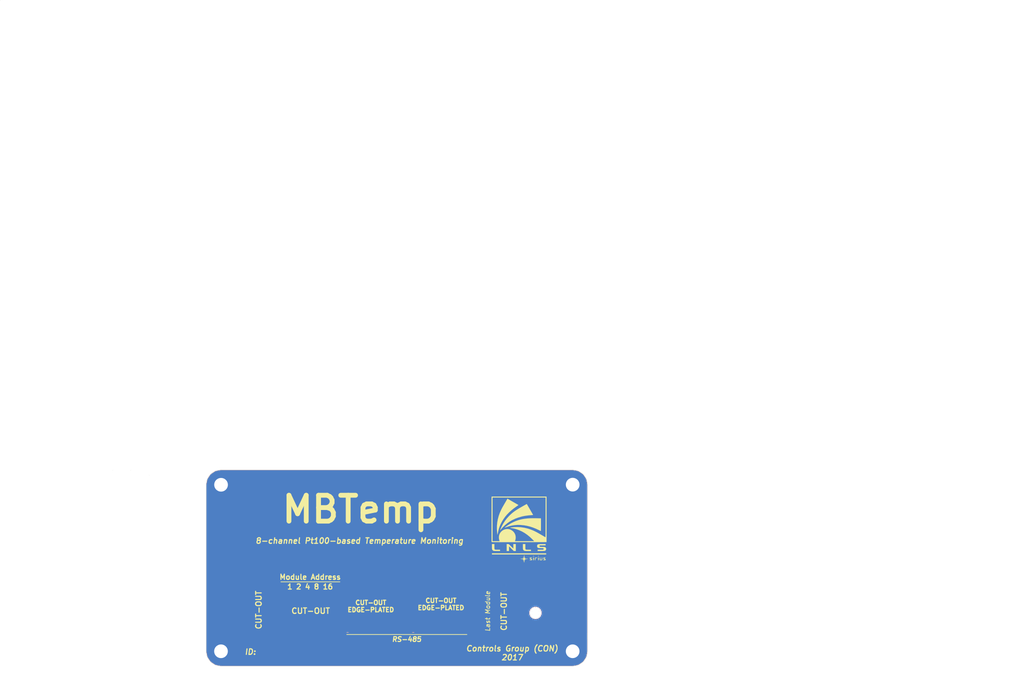
<source format=kicad_pcb>
(kicad_pcb (version 4) (host pcbnew 4.0.4+e1-6308~48~ubuntu15.10.1-stable)

  (general
    (links 3)
    (no_connects 0)
    (area -20.200001 -64.250001 256.514601 121.422161)
    (thickness 1.6)
    (drawings 58)
    (tracks 0)
    (zones 0)
    (modules 6)
    (nets 2)
  )

  (page A4)
  (layers
    (0 F.Cu signal)
    (31 B.Cu signal)
    (32 B.Adhes user)
    (33 F.Adhes user)
    (34 B.Paste user)
    (35 F.Paste user)
    (36 B.SilkS user)
    (37 F.SilkS user)
    (38 B.Mask user)
    (39 F.Mask user)
    (40 Dwgs.User user)
    (41 Cmts.User user)
    (42 Eco1.User user)
    (43 Eco2.User user)
    (44 Edge.Cuts user)
    (45 Margin user)
    (46 B.CrtYd user)
    (47 F.CrtYd user)
    (48 B.Fab user)
    (49 F.Fab user)
  )

  (setup
    (last_trace_width 0.25)
    (user_trace_width 0.3)
    (user_trace_width 0.4)
    (user_trace_width 0.5)
    (user_trace_width 0.6)
    (user_trace_width 0.8)
    (user_trace_width 1)
    (trace_clearance 0.2)
    (zone_clearance 0)
    (zone_45_only no)
    (trace_min 0.2)
    (segment_width 0.15)
    (edge_width 0.15)
    (via_size 0.6)
    (via_drill 0.4)
    (via_min_size 0.4)
    (via_min_drill 0.3)
    (uvia_size 0.3)
    (uvia_drill 0.1)
    (uvias_allowed no)
    (uvia_min_size 0.2)
    (uvia_min_drill 0.1)
    (pcb_text_width 0.3)
    (pcb_text_size 1.5 1.5)
    (mod_edge_width 0.15)
    (mod_text_size 1 1)
    (mod_text_width 0.15)
    (pad_size 6 6)
    (pad_drill 3.7)
    (pad_to_mask_clearance 0.2)
    (aux_axis_origin 0 0)
    (grid_origin 135.39724 84.19084)
    (visible_elements FFFFF77F)
    (pcbplotparams
      (layerselection 0x3ffff_80000001)
      (usegerberextensions false)
      (excludeedgelayer true)
      (linewidth 0.100000)
      (plotframeref false)
      (viasonmask false)
      (mode 1)
      (useauxorigin false)
      (hpglpennumber 1)
      (hpglpenspeed 20)
      (hpglpendiameter 15)
      (hpglpenoverlay 2)
      (psnegative false)
      (psa4output false)
      (plotreference true)
      (plotvalue true)
      (plotinvisibletext false)
      (padsonsilk false)
      (subtractmaskfromsilk false)
      (outputformat 1)
      (mirror false)
      (drillshape 0)
      (scaleselection 1)
      (outputdirectory Gerber/Painel_MBTemp_Frontal_v2/))
  )

  (net 0 "")
  (net 1 GND)

  (net_class Default "This is the default net class."
    (clearance 0.2)
    (trace_width 0.25)
    (via_dia 0.6)
    (via_drill 0.4)
    (uvia_dia 0.3)
    (uvia_drill 0.1)
    (add_net GND)
  )

  (module Pin_Headers:Pin_Header_Straight_1x01_Pitch2.54mm (layer F.Cu) (tedit 59F76A2A) (tstamp 59F76858)
    (at 39.53256 66.74612)
    (descr "Through hole straight pin header, 1x01, 2.54mm pitch, single row")
    (tags "Through hole pin header THT 1x01 2.54mm single row")
    (fp_text reference REF** (at 0 -2.33) (layer F.SilkS) hide
      (effects (font (size 1 1) (thickness 0.15)))
    )
    (fp_text value Pin_Header_Straight_1x01_Pitch2.54mm (at 0 2.33) (layer F.Fab) hide
      (effects (font (size 1 1) (thickness 0.15)))
    )
    (pad 1 thru_hole circle (at 0 0) (size 6 6) (drill 3.7) (layers *.Cu *.Mask)
      (net 1 GND))
    (model ${KISYS3DMOD}/Pin_Headers.3dshapes/Pin_Header_Straight_1x01_Pitch2.54mm.wrl
      (at (xyz 0 0 0))
      (scale (xyz 1 1 1))
      (rotate (xyz 0 0 0))
    )
  )

  (module Pin_Headers:Pin_Header_Straight_1x01_Pitch2.54mm (layer F.Cu) (tedit 59F76A30) (tstamp 59F76A22)
    (at 134.54888 66.71564)
    (descr "Through hole straight pin header, 1x01, 2.54mm pitch, single row")
    (tags "Through hole pin header THT 1x01 2.54mm single row")
    (fp_text reference REF** (at 0 -2.33) (layer F.SilkS) hide
      (effects (font (size 1 1) (thickness 0.15)))
    )
    (fp_text value Pin_Header_Straight_1x01_Pitch2.54mm (at 0 2.33) (layer F.Fab) hide
      (effects (font (size 1 1) (thickness 0.15)))
    )
    (pad 1 thru_hole circle (at 0 0) (size 6 6) (drill 3.7) (layers *.Cu *.Mask)
      (net 1 GND))
    (model ${KISYS3DMOD}/Pin_Headers.3dshapes/Pin_Header_Straight_1x01_Pitch2.54mm.wrl
      (at (xyz 0 0 0))
      (scale (xyz 1 1 1))
      (rotate (xyz 0 0 0))
    )
  )

  (module Pin_Headers:Pin_Header_Straight_1x01_Pitch2.54mm (layer F.Cu) (tedit 59F76A34) (tstamp 59F76A27)
    (at 134.5438 111.73968)
    (descr "Through hole straight pin header, 1x01, 2.54mm pitch, single row")
    (tags "Through hole pin header THT 1x01 2.54mm single row")
    (fp_text reference REF** (at 0 -2.33) (layer F.SilkS) hide
      (effects (font (size 1 1) (thickness 0.15)))
    )
    (fp_text value Pin_Header_Straight_1x01_Pitch2.54mm (at 0 2.33) (layer F.Fab) hide
      (effects (font (size 1 1) (thickness 0.15)))
    )
    (pad 1 thru_hole circle (at 0 0) (size 6 6) (drill 3.7) (layers *.Cu *.Mask)
      (net 1 GND))
    (model ${KISYS3DMOD}/Pin_Headers.3dshapes/Pin_Header_Straight_1x01_Pitch2.54mm.wrl
      (at (xyz 0 0 0))
      (scale (xyz 1 1 1))
      (rotate (xyz 0 0 0))
    )
  )

  (module Pin_Headers:Pin_Header_Straight_1x01_Pitch2.54mm (layer F.Cu) (tedit 59F76961) (tstamp 59F76A34)
    (at 124.49556 101.3714)
    (descr "Through hole straight pin header, 1x01, 2.54mm pitch, single row")
    (tags "Through hole pin header THT 1x01 2.54mm single row")
    (fp_text reference REF** (at 0 -2.33) (layer F.SilkS) hide
      (effects (font (size 1 1) (thickness 0.15)))
    )
    (fp_text value Pin_Header_Straight_1x01_Pitch2.54mm (at 0 2.33) (layer F.Fab) hide
      (effects (font (size 1 1) (thickness 0.15)))
    )
    (pad 1 thru_hole circle (at 0 0) (size 3 3) (drill 3) (layers *.Cu *.Mask))
    (model ${KISYS3DMOD}/Pin_Headers.3dshapes/Pin_Header_Straight_1x01_Pitch2.54mm.wrl
      (at (xyz 0 0 0))
      (scale (xyz 1 1 1))
      (rotate (xyz 0 0 0))
    )
  )

  (module Pin_Headers:Pin_Header_Straight_1x01_Pitch2.54mm (layer F.Cu) (tedit 59F76A38) (tstamp 59F76A2F)
    (at 39.51732 111.73968)
    (descr "Through hole straight pin header, 1x01, 2.54mm pitch, single row")
    (tags "Through hole pin header THT 1x01 2.54mm single row")
    (fp_text reference REF** (at 0 -2.33) (layer F.SilkS) hide
      (effects (font (size 1 1) (thickness 0.15)))
    )
    (fp_text value Pin_Header_Straight_1x01_Pitch2.54mm (at 0 2.33) (layer F.Fab) hide
      (effects (font (size 1 1) (thickness 0.15)))
    )
    (pad 1 thru_hole circle (at 0 0) (size 6 6) (drill 3.7) (layers *.Cu *.Mask)
      (net 1 GND))
    (model ${KISYS3DMOD}/Pin_Headers.3dshapes/Pin_Header_Straight_1x01_Pitch2.54mm.wrl
      (at (xyz 0 0 0))
      (scale (xyz 1 1 1))
      (rotate (xyz 0 0 0))
    )
  )

  (module CONTROLE:LNLS_LOGO_Silk (layer F.Cu) (tedit 0) (tstamp 59F90EDF)
    (at 120.08104 78.5876)
    (fp_text reference G*** (at 0 0) (layer F.SilkS) hide
      (effects (font (thickness 0.3)))
    )
    (fp_text value LOGO (at 0.75 0) (layer F.SilkS) hide
      (effects (font (thickness 0.3)))
    )
    (fp_poly (pts (xy 1.364287 7.214795) (xy 1.369937 7.235488) (xy 1.38786 7.326207) (xy 1.407997 7.465123)
      (xy 1.426056 7.622552) (xy 1.426423 7.626257) (xy 1.442664 7.770152) (xy 1.459204 7.883088)
      (xy 1.472737 7.942875) (xy 1.473941 7.945323) (xy 1.511517 7.943959) (xy 1.577803 7.897841)
      (xy 1.586584 7.88981) (xy 1.667171 7.831416) (xy 1.706132 7.83328) (xy 1.693749 7.884314)
      (xy 1.641231 7.952153) (xy 1.586563 8.023599) (xy 1.572479 8.071078) (xy 1.574706 8.074501)
      (xy 1.622047 8.088456) (xy 1.729177 8.105752) (xy 1.877961 8.123742) (xy 1.981912 8.133968)
      (xy 2.189872 8.153713) (xy 2.323016 8.169446) (xy 2.384486 8.182652) (xy 2.377427 8.19481)
      (xy 2.304981 8.207405) (xy 2.170292 8.221917) (xy 2.168769 8.222065) (xy 1.995103 8.239439)
      (xy 1.82101 8.257764) (xy 1.70626 8.270549) (xy 1.517289 8.292564) (xy 1.625257 8.405259)
      (xy 1.692237 8.491092) (xy 1.705054 8.540823) (xy 1.669727 8.543612) (xy 1.592272 8.488621)
      (xy 1.583481 8.480505) (xy 1.53058 8.434908) (xy 1.494411 8.422849) (xy 1.470076 8.454153)
      (xy 1.452677 8.538645) (xy 1.437317 8.686149) (xy 1.428473 8.791455) (xy 1.40698 8.976987)
      (xy 1.379105 9.092732) (xy 1.345891 9.135825) (xy 1.312419 9.11033) (xy 1.297841 9.054402)
      (xy 1.281498 8.942141) (xy 1.266397 8.795222) (xy 1.263139 8.755232) (xy 1.247231 8.586215)
      (xy 1.228552 8.486962) (xy 1.202852 8.449098) (xy 1.16588 8.464248) (xy 1.133231 8.49923)
      (xy 1.076821 8.548354) (xy 1.050292 8.557846) (xy 1.016907 8.532223) (xy 1.028649 8.470816)
      (xy 1.079358 8.396812) (xy 1.097885 8.378623) (xy 1.179769 8.304518) (xy 1.088115 8.278769)
      (xy 0.994294 8.262147) (xy 0.862862 8.249841) (xy 0.801077 8.246873) (xy 0.646188 8.236525)
      (xy 0.492865 8.217983) (xy 0.449385 8.210515) (xy 0.372355 8.194468) (xy 0.348454 8.183148)
      (xy 0.384742 8.173081) (xy 0.488276 8.160792) (xy 0.566615 8.152815) (xy 0.735889 8.135185)
      (xy 0.901507 8.116932) (xy 1.010617 8.104072) (xy 1.181081 8.082818) (xy 1.072082 7.969047)
      (xy 1.005384 7.883719) (xy 0.991127 7.832892) (xy 1.023981 7.827783) (xy 1.098616 7.879611)
      (xy 1.109724 7.88981) (xy 1.177596 7.940502) (xy 1.219525 7.94796) (xy 1.221672 7.945323)
      (xy 1.234984 7.892217) (xy 1.25152 7.785265) (xy 1.266441 7.659076) (xy 1.284416 7.500964)
      (xy 1.303964 7.352871) (xy 1.31721 7.268307) (xy 1.334407 7.180892) (xy 1.347121 7.164909)
      (xy 1.364287 7.214795)) (layer F.SilkS) (width 0.01))
    (fp_poly (pts (xy 3.327469 7.817974) (xy 3.401775 7.829448) (xy 3.43301 7.855364) (xy 3.438769 7.893538)
      (xy 3.429826 7.937936) (xy 3.390871 7.961541) (xy 3.303714 7.970698) (xy 3.214077 7.971905)
      (xy 2.989385 7.972119) (xy 3.253154 8.130378) (xy 3.396533 8.222537) (xy 3.479813 8.293401)
      (xy 3.514277 8.353493) (xy 3.516923 8.376349) (xy 3.502315 8.462341) (xy 3.450265 8.517264)
      (xy 3.348436 8.547025) (xy 3.184491 8.557531) (xy 3.137877 8.557846) (xy 2.990445 8.555901)
      (xy 2.904734 8.547073) (xy 2.864346 8.526869) (xy 2.852884 8.490797) (xy 2.852615 8.479692)
      (xy 2.860882 8.436712) (xy 2.897387 8.413039) (xy 2.979692 8.403016) (xy 3.096846 8.401007)
      (xy 3.341077 8.400477) (xy 3.096846 8.255715) (xy 2.964678 8.172151) (xy 2.889366 8.108032)
      (xy 2.857084 8.049452) (xy 2.852615 8.01006) (xy 2.868143 7.913587) (xy 2.923111 7.853788)
      (xy 3.030101 7.82346) (xy 3.192585 7.815384) (xy 3.327469 7.817974)) (layer F.SilkS) (width 0.01))
    (fp_poly (pts (xy 3.933411 7.817962) (xy 3.961954 7.835455) (xy 3.977635 7.882504) (xy 3.984307 7.973746)
      (xy 3.985821 8.123821) (xy 3.985846 8.186615) (xy 3.985168 8.358593) (xy 3.980564 8.467056)
      (xy 3.968183 8.526644) (xy 3.944172 8.551996) (xy 3.904678 8.557752) (xy 3.888154 8.557846)
      (xy 3.842896 8.555268) (xy 3.814353 8.537774) (xy 3.798672 8.490726) (xy 3.792001 8.399484)
      (xy 3.790486 8.249409) (xy 3.790461 8.186615) (xy 3.79114 8.014637) (xy 3.795743 7.906174)
      (xy 3.808124 7.846586) (xy 3.832136 7.821233) (xy 3.871629 7.815478) (xy 3.888154 7.815384)
      (xy 3.933411 7.817962)) (layer F.SilkS) (width 0.01))
    (fp_poly (pts (xy 4.734238 7.817974) (xy 4.808545 7.829448) (xy 4.839779 7.855364) (xy 4.845538 7.893538)
      (xy 4.83621 7.938703) (xy 4.795876 7.962231) (xy 4.706016 7.970858) (xy 4.630615 7.971692)
      (xy 4.415692 7.971692) (xy 4.415692 8.264769) (xy 4.413846 8.414615) (xy 4.405429 8.502536)
      (xy 4.386122 8.544728) (xy 4.351607 8.557386) (xy 4.337538 8.557846) (xy 4.299171 8.551532)
      (xy 4.275907 8.522288) (xy 4.264023 8.45466) (xy 4.259796 8.333196) (xy 4.259385 8.233507)
      (xy 4.265283 8.052362) (xy 4.2819 7.923926) (xy 4.306277 7.862276) (xy 4.369803 7.836708)
      (xy 4.4867 7.819891) (xy 4.599354 7.815384) (xy 4.734238 7.817974)) (layer F.SilkS) (width 0.01))
    (fp_poly (pts (xy 5.262026 7.817962) (xy 5.290569 7.835455) (xy 5.306251 7.882504) (xy 5.312922 7.973746)
      (xy 5.314437 8.123821) (xy 5.314461 8.186615) (xy 5.313783 8.358593) (xy 5.309179 8.467056)
      (xy 5.296798 8.526644) (xy 5.272787 8.551996) (xy 5.233294 8.557752) (xy 5.216769 8.557846)
      (xy 5.171512 8.555268) (xy 5.142969 8.537774) (xy 5.127288 8.490726) (xy 5.120616 8.399484)
      (xy 5.119102 8.249409) (xy 5.119077 8.186615) (xy 5.119755 8.014637) (xy 5.124359 7.906174)
      (xy 5.13674 7.846586) (xy 5.160751 7.821233) (xy 5.200244 7.815478) (xy 5.216769 7.815384)
      (xy 5.262026 7.817962)) (layer F.SilkS) (width 0.01))
    (fp_poly (pts (xy 6.212521 7.821698) (xy 6.235785 7.850942) (xy 6.247669 7.91857) (xy 6.251896 8.040033)
      (xy 6.252308 8.139723) (xy 6.246409 8.320868) (xy 6.229792 8.449304) (xy 6.205415 8.510953)
      (xy 6.146323 8.533101) (xy 6.03652 8.548859) (xy 5.902108 8.557308) (xy 5.769189 8.557526)
      (xy 5.663863 8.548596) (xy 5.614051 8.531794) (xy 5.602392 8.483406) (xy 5.593429 8.376289)
      (xy 5.588523 8.229856) (xy 5.588 8.160564) (xy 5.589352 7.995317) (xy 5.595676 7.893202)
      (xy 5.610367 7.839211) (xy 5.636824 7.818336) (xy 5.666154 7.815384) (xy 5.706113 7.822306)
      (xy 5.729558 7.85387) (xy 5.74081 7.926271) (xy 5.744185 8.055705) (xy 5.744308 8.108461)
      (xy 5.744308 8.401538) (xy 6.096 8.401538) (xy 6.096 8.108461) (xy 6.097846 7.958614)
      (xy 6.106263 7.870693) (xy 6.12557 7.828502) (xy 6.160086 7.815844) (xy 6.174154 7.815384)
      (xy 6.212521 7.821698)) (layer F.SilkS) (width 0.01))
    (fp_poly (pts (xy 7.0007 7.817974) (xy 7.075006 7.829448) (xy 7.10624 7.855364) (xy 7.112 7.893538)
      (xy 7.103057 7.937936) (xy 7.064102 7.961541) (xy 6.976945 7.970698) (xy 6.887308 7.971905)
      (xy 6.662615 7.972119) (xy 6.926385 8.130378) (xy 7.069764 8.222537) (xy 7.153044 8.293401)
      (xy 7.187508 8.353493) (xy 7.190154 8.376349) (xy 7.175545 8.462341) (xy 7.123495 8.517264)
      (xy 7.021667 8.547025) (xy 6.857722 8.557531) (xy 6.811108 8.557846) (xy 6.663676 8.555901)
      (xy 6.577964 8.547073) (xy 6.537576 8.526869) (xy 6.526115 8.490797) (xy 6.525846 8.479692)
      (xy 6.534112 8.436712) (xy 6.570618 8.413039) (xy 6.652923 8.403016) (xy 6.770077 8.401007)
      (xy 7.014308 8.400477) (xy 6.770077 8.255715) (xy 6.637909 8.172151) (xy 6.562597 8.108032)
      (xy 6.530315 8.049452) (xy 6.525846 8.01006) (xy 6.541373 7.913587) (xy 6.596342 7.853788)
      (xy 6.703332 7.82346) (xy 6.865815 7.815384) (xy 7.0007 7.817974)) (layer F.SilkS) (width 0.01))
    (fp_poly (pts (xy 0.976923 7.756769) (xy 0.957385 7.776307) (xy 0.937846 7.756769) (xy 0.957385 7.73723)
      (xy 0.976923 7.756769)) (layer F.SilkS) (width 0.01))
    (fp_poly (pts (xy 3.96476 7.403855) (xy 3.985846 7.463692) (xy 3.96295 7.524977) (xy 3.888154 7.541846)
      (xy 3.811547 7.523529) (xy 3.790461 7.463692) (xy 3.813358 7.402406) (xy 3.888154 7.385538)
      (xy 3.96476 7.403855)) (layer F.SilkS) (width 0.01))
    (fp_poly (pts (xy 5.293376 7.403855) (xy 5.314461 7.463692) (xy 5.291565 7.524977) (xy 5.216769 7.541846)
      (xy 5.140162 7.523529) (xy 5.119077 7.463692) (xy 5.141973 7.402406) (xy 5.216769 7.385538)
      (xy 5.293376 7.403855)) (layer F.SilkS) (width 0.01))
    (fp_poly (pts (xy 7.307385 6.994769) (xy -7.346462 6.994769) (xy -7.346462 6.682153) (xy 7.307385 6.682153)
      (xy 7.307385 6.994769)) (layer F.SilkS) (width 0.01))
    (fp_poly (pts (xy -6.682154 4.847314) (xy -6.682425 5.127233) (xy -6.676852 5.338666) (xy -6.655856 5.491193)
      (xy -6.609858 5.594394) (xy -6.529277 5.657848) (xy -6.404535 5.691135) (xy -6.226052 5.703833)
      (xy -5.984248 5.705523) (xy -5.824238 5.70523) (xy -5.158154 5.70523) (xy -5.158154 6.056923)
      (xy -5.990028 6.056923) (xy -6.267895 6.056482) (xy -6.47961 6.054461) (xy -6.63717 6.049811)
      (xy -6.752576 6.041483) (xy -6.837826 6.02843) (xy -6.904919 6.009602) (xy -6.965855 5.983952)
      (xy -6.996259 5.969) (xy -7.145481 5.867041) (xy -7.249932 5.72337) (xy -7.258539 5.70672)
      (xy -7.290773 5.637245) (xy -7.314034 5.567052) (xy -7.32977 5.482154) (xy -7.339426 5.36857)
      (xy -7.344449 5.212315) (xy -7.346285 4.999405) (xy -7.346462 4.856796) (xy -7.346462 4.18123)
      (xy -6.682154 4.18123) (xy -6.682154 4.847314)) (layer F.SilkS) (width 0.01))
    (fp_poly (pts (xy -0.898769 6.056923) (xy -1.464522 6.056923) (xy -2.099953 5.422367) (xy -2.735385 4.787811)
      (xy -2.735385 6.056923) (xy -3.360615 6.056923) (xy -3.360615 4.18123) (xy -3.096846 4.182116)
      (xy -2.833077 4.183003) (xy -1.563077 5.399827) (xy -1.563077 4.18123) (xy -0.898769 4.18123)
      (xy -0.898769 6.056923)) (layer F.SilkS) (width 0.01))
    (fp_poly (pts (xy 1.680308 4.847314) (xy 1.680667 5.090149) (xy 1.682798 5.267373) (xy 1.688279 5.391531)
      (xy 1.698689 5.475167) (xy 1.715607 5.530823) (xy 1.740612 5.571044) (xy 1.775284 5.608374)
      (xy 1.776224 5.609314) (xy 1.813636 5.644231) (xy 1.853646 5.669444) (xy 1.908798 5.686534)
      (xy 1.991635 5.697078) (xy 2.114702 5.702656) (xy 2.290541 5.704847) (xy 2.531696 5.70523)
      (xy 3.204308 5.70523) (xy 3.204308 6.056923) (xy 2.372434 6.056923) (xy 2.094566 6.056482)
      (xy 1.882852 6.054461) (xy 1.725291 6.049811) (xy 1.609886 6.041483) (xy 1.524636 6.02843)
      (xy 1.457542 6.009602) (xy 1.396607 5.983952) (xy 1.366203 5.969) (xy 1.216981 5.867041)
      (xy 1.112529 5.72337) (xy 1.103923 5.70672) (xy 1.071689 5.637245) (xy 1.048427 5.567052)
      (xy 1.032692 5.482154) (xy 1.023036 5.36857) (xy 1.018013 5.212315) (xy 1.016176 4.999405)
      (xy 1.016 4.856796) (xy 1.016 4.18123) (xy 1.680308 4.18123) (xy 1.680308 4.847314)) (layer F.SilkS) (width 0.01))
    (fp_poly (pts (xy 7.151077 4.532923) (xy 5.589802 4.532923) (xy 5.527508 4.627994) (xy 5.492442 4.739362)
      (xy 5.529325 4.840732) (xy 5.632087 4.917541) (xy 5.651535 4.925562) (xy 5.724185 4.938672)
      (xy 5.858443 4.949778) (xy 6.03777 4.957986) (xy 6.245629 4.962403) (xy 6.342775 4.962915)
      (xy 6.576338 4.964018) (xy 6.74613 4.968241) (xy 6.866517 4.977154) (xy 6.951864 4.992329)
      (xy 7.01654 5.015335) (xy 7.065505 5.041924) (xy 7.19788 5.165042) (xy 7.278549 5.328998)
      (xy 7.303122 5.512428) (xy 7.267208 5.693967) (xy 7.218682 5.787375) (xy 7.161585 5.866431)
      (xy 7.101662 5.928354) (xy 7.028969 5.975224) (xy 6.933561 6.009121) (xy 6.805493 6.032122)
      (xy 6.634823 6.046309) (xy 6.411604 6.05376) (xy 6.125893 6.056555) (xy 5.929923 6.056862)
      (xy 5.001846 6.056923) (xy 5.001846 5.70523) (xy 5.75779 5.70523) (xy 6.021521 5.704621)
      (xy 6.218186 5.70215) (xy 6.358866 5.696852) (xy 6.454643 5.687762) (xy 6.516599 5.673915)
      (xy 6.555816 5.654347) (xy 6.578405 5.633769) (xy 6.636508 5.523833) (xy 6.624101 5.414954)
      (xy 6.556228 5.336215) (xy 6.50673 5.312108) (xy 6.430062 5.295015) (xy 6.314211 5.283901)
      (xy 6.147161 5.277728) (xy 5.916899 5.275462) (xy 5.850903 5.275384) (xy 5.579027 5.272982)
      (xy 5.373023 5.26362) (xy 5.220699 5.244069) (xy 5.109862 5.211097) (xy 5.028318 5.161473)
      (xy 4.963876 5.091966) (xy 4.92211 5.029256) (xy 4.860707 4.864272) (xy 4.849104 4.675259)
      (xy 4.887466 4.496776) (xy 4.919225 4.432103) (xy 4.968871 4.359156) (xy 5.024941 4.301815)
      (xy 5.096981 4.258221) (xy 5.19454 4.226518) (xy 5.327166 4.20485) (xy 5.504406 4.19136)
      (xy 5.735808 4.184192) (xy 6.030921 4.181488) (xy 6.209367 4.18123) (xy 7.151077 4.18123)
      (xy 7.151077 4.532923)) (layer F.SilkS) (width 0.01))
    (fp_poly (pts (xy 7.405077 3.653692) (xy -0.010957 3.663562) (xy -0.936873 3.664703) (xy -1.787446 3.665549)
      (xy -2.565485 3.666086) (xy -3.273799 3.666298) (xy -3.9152 3.66617) (xy -4.492496 3.665689)
      (xy -5.008496 3.664839) (xy -5.466012 3.663605) (xy -5.867853 3.661973) (xy -6.216827 3.659928)
      (xy -6.515746 3.657455) (xy -6.767419 3.654539) (xy -6.974655 3.651166) (xy -7.140265 3.64732)
      (xy -7.267058 3.642988) (xy -7.357843 3.638154) (xy -7.415431 3.632803) (xy -7.442632 3.626921)
      (xy -7.445608 3.624485) (xy -7.447632 3.580551) (xy -7.449468 3.462691) (xy -7.451111 3.27513)
      (xy -7.452555 3.022096) (xy -7.453794 2.707815) (xy -7.454822 2.336513) (xy -7.455633 1.912419)
      (xy -7.456222 1.439757) (xy -7.456582 0.922756) (xy -7.456708 0.365642) (xy -7.456593 -0.22736)
      (xy -7.456233 -0.852021) (xy -7.45562 -1.504115) (xy -7.454749 -2.179416) (xy -7.45419 -2.54)
      (xy -7.444571 -8.401539) (xy -7.190154 -8.401539) (xy -7.190154 3.399692) (xy -6.232769 3.399692)
      (xy -5.968539 3.399258) (xy -5.732246 3.398039) (xy -5.534459 3.396158) (xy -5.385749 3.393737)
      (xy -5.296683 3.3909) (xy -5.275385 3.388568) (xy -5.287711 3.349064) (xy -5.319874 3.256961)
      (xy -5.360501 3.144337) (xy -5.424266 2.900854) (xy -5.460591 2.612609) (xy -5.468745 2.308288)
      (xy -5.447997 2.016577) (xy -5.397616 1.766163) (xy -5.395779 1.760049) (xy -5.239485 1.372098)
      (xy -5.02282 1.025841) (xy -4.753333 0.726974) (xy -4.438574 0.481195) (xy -4.086092 0.2942)
      (xy -3.703437 0.171685) (xy -3.298158 0.119348) (xy -3.219411 0.117808) (xy -2.904822 0.132754)
      (xy -2.628679 0.184244) (xy -2.356743 0.280103) (xy -2.207846 0.348989) (xy -1.844385 0.569215)
      (xy -1.535707 0.841101) (xy -1.285678 1.157526) (xy -1.098159 1.51137) (xy -0.977016 1.895511)
      (xy -0.926112 2.302829) (xy -0.943118 2.679916) (xy -0.972721 2.859882) (xy -1.014218 3.041174)
      (xy -1.056606 3.178657) (xy -1.098683 3.290969) (xy -1.126508 3.368325) (xy -1.133211 3.389923)
      (xy -1.095206 3.391585) (xy -0.985454 3.393159) (xy -0.810363 3.394619) (xy -0.576341 3.395942)
      (xy -0.289795 3.397104) (xy 0.042867 3.39808) (xy 0.415237 3.398847) (xy 0.820909 3.399381)
      (xy 1.253475 3.399658) (xy 1.471783 3.399692) (xy 4.076797 3.399692) (xy 3.591706 2.907758)
      (xy 2.911478 2.263027) (xy 2.216749 1.694352) (xy 1.505605 1.200657) (xy 0.776132 0.780864)
      (xy 0.026417 0.433897) (xy -0.745455 0.158677) (xy -1.541397 -0.045872) (xy -1.719385 -0.081394)
      (xy -1.937685 -0.123384) (xy -2.131563 -0.161841) (xy -2.286897 -0.193872) (xy -2.389563 -0.216582)
      (xy -2.422769 -0.225474) (xy -2.424982 -0.242774) (xy -2.357953 -0.26417) (xy -2.230413 -0.288425)
      (xy -2.051091 -0.314304) (xy -1.828719 -0.340569) (xy -1.572026 -0.365984) (xy -1.289743 -0.389314)
      (xy -1.239956 -0.392975) (xy -0.392436 -0.415889) (xy 0.466554 -0.364475) (xy 1.32999 -0.240344)
      (xy 2.19085 -0.045102) (xy 3.04211 0.219643) (xy 3.876748 0.552281) (xy 4.68774 0.951206)
      (xy 4.729365 0.97386) (xy 4.900041 1.068571) (xy 5.122508 1.194084) (xy 5.381228 1.341517)
      (xy 5.660662 1.501986) (xy 5.945274 1.666609) (xy 6.162432 1.793099) (xy 6.408117 1.936252)
      (xy 6.631571 2.065584) (xy 6.823997 2.176074) (xy 6.976598 2.262699) (xy 7.080576 2.320438)
      (xy 7.127136 2.344269) (xy 7.128528 2.344615) (xy 7.13122 2.306282) (xy 7.133819 2.194256)
      (xy 7.136308 2.013) (xy 7.138669 1.766974) (xy 7.140881 1.460642) (xy 7.142927 1.098463)
      (xy 7.144788 0.684899) (xy 7.146444 0.224413) (xy 7.147878 -0.278534) (xy 7.149071 -0.819481)
      (xy 7.150004 -1.393967) (xy 7.150657 -1.997528) (xy 7.151014 -2.625705) (xy 7.151077 -3.028462)
      (xy 7.151077 -8.401539) (xy -7.190154 -8.401539) (xy -7.444571 -8.401539) (xy -7.444154 -8.655539)
      (xy 7.405077 -8.655539) (xy 7.405077 3.653692)) (layer F.SilkS) (width 0.01))
    (fp_poly (pts (xy -3.029847 -8.013203) (xy -2.958267 -7.970998) (xy -2.828937 -7.895832) (xy -2.651966 -7.793509)
      (xy -2.437465 -7.669836) (xy -2.195543 -7.53062) (xy -1.936311 -7.381665) (xy -1.669878 -7.228779)
      (xy -1.406354 -7.077767) (xy -1.15585 -6.934435) (xy -0.928475 -6.804591) (xy -0.734339 -6.69404)
      (xy -0.615528 -6.626656) (xy -0.455103 -6.534078) (xy -0.322934 -6.454316) (xy -0.232087 -6.395507)
      (xy -0.195629 -6.365792) (xy -0.195451 -6.364994) (xy -0.225898 -6.335258) (xy -0.309229 -6.271027)
      (xy -0.43335 -6.181232) (xy -0.586167 -6.074806) (xy -0.615462 -6.054796) (xy -1.386469 -5.502773)
      (xy -2.084122 -4.945683) (xy -2.713221 -4.378384) (xy -3.278565 -3.795732) (xy -3.784954 -3.192583)
      (xy -4.237188 -2.563796) (xy -4.640066 -1.904225) (xy -4.843614 -1.524) (xy -5.058874 -1.08115)
      (xy -5.23821 -0.661742) (xy -5.38906 -0.243876) (xy -5.518861 0.194347) (xy -5.635052 0.674826)
      (xy -5.705556 1.013868) (xy -5.75986 1.282454) (xy -5.802053 1.476242) (xy -5.832737 1.597545)
      (xy -5.852513 1.648677) (xy -5.861983 1.631952) (xy -5.862778 1.618435) (xy -5.868673 1.566675)
      (xy -5.883566 1.455936) (xy -5.904943 1.304541) (xy -5.921295 1.191846) (xy -5.942936 1.01258)
      (xy -5.964257 0.780034) (xy -5.98333 0.519065) (xy -5.998224 0.25453) (xy -6.003204 0.136769)
      (xy -5.997525 -0.761071) (xy -5.914041 -1.655805) (xy -5.753082 -2.546141) (xy -5.514976 -3.430784)
      (xy -5.200053 -4.308441) (xy -4.80864 -5.177819) (xy -4.507235 -5.748829) (xy -4.409193 -5.922284)
      (xy -4.28059 -6.147043) (xy -4.130647 -6.407141) (xy -3.96859 -6.686613) (xy -3.80364 -6.969494)
      (xy -3.689994 -7.163373) (xy -3.148463 -8.084935) (xy -3.029847 -8.013203)) (layer F.SilkS) (width 0.01))
    (fp_poly (pts (xy 4.504447 -2.798666) (xy 4.713065 -2.794214) (xy 5.900615 -2.765485) (xy 5.900615 -1.050589)
      (xy 5.89997 -0.693121) (xy 5.898125 -0.361043) (xy 5.895214 -0.062231) (xy 5.891373 0.195439)
      (xy 5.886737 0.40409) (xy 5.88144 0.555845) (xy 5.875617 0.642827) (xy 5.871308 0.660958)
      (xy 5.826968 0.643015) (xy 5.727489 0.59654) (xy 5.587371 0.528471) (xy 5.421116 0.445749)
      (xy 5.412154 0.44124) (xy 4.562649 0.041877) (xy 3.734848 -0.288667) (xy 2.919088 -0.553159)
      (xy 2.105708 -0.754364) (xy 1.285044 -0.895047) (xy 0.455981 -0.97742) (xy -0.342453 -0.997117)
      (xy -1.125824 -0.949298) (xy -1.904715 -0.832414) (xy -2.689712 -0.644918) (xy -3.421321 -0.410544)
      (xy -3.584752 -0.354627) (xy -3.722025 -0.312285) (xy -3.815898 -0.288566) (xy -3.8471 -0.285906)
      (xy -3.842909 -0.314364) (xy -3.780445 -0.377254) (xy -3.668383 -0.468687) (xy -3.515399 -0.582775)
      (xy -3.33017 -0.713629) (xy -3.121371 -0.85536) (xy -2.897678 -1.00208) (xy -2.667769 -1.1479)
      (xy -2.440317 -1.28693) (xy -2.224 -1.413284) (xy -2.027494 -1.521071) (xy -2.026498 -1.521595)
      (xy -1.463464 -1.799984) (xy -0.902593 -2.040701) (xy -0.335569 -2.245315) (xy 0.245923 -2.415398)
      (xy 0.850202 -2.552519) (xy 1.485582 -2.658249) (xy 2.16038 -2.734158) (xy 2.882913 -2.781817)
      (xy 3.661497 -2.802796) (xy 4.504447 -2.798666)) (layer F.SilkS) (width 0.01))
    (fp_poly (pts (xy 2.167159 -6.476359) (xy 2.216689 -6.394134) (xy 2.295921 -6.259859) (xy 2.399903 -6.082123)
      (xy 2.523683 -5.869515) (xy 2.662311 -5.630623) (xy 2.810833 -5.374038) (xy 2.964299 -5.108348)
      (xy 3.117756 -4.842142) (xy 3.266254 -4.584009) (xy 3.404841 -4.342539) (xy 3.528564 -4.126321)
      (xy 3.632472 -3.943943) (xy 3.711614 -3.803995) (xy 3.761038 -3.715066) (xy 3.775995 -3.685681)
      (xy 3.737043 -3.68025) (xy 3.632456 -3.669417) (xy 3.474479 -3.654349) (xy 3.275353 -3.636213)
      (xy 3.047424 -3.616187) (xy 2.469228 -3.560252) (xy 1.95412 -3.497116) (xy 1.487184 -3.424465)
      (xy 1.053506 -3.339986) (xy 0.648485 -3.244029) (xy -0.235678 -2.984577) (xy -1.061026 -2.676429)
      (xy -1.831871 -2.316964) (xy -2.552524 -1.903563) (xy -3.227295 -1.433605) (xy -3.860498 -0.904472)
      (xy -4.456442 -0.313543) (xy -4.786778 0.058615) (xy -4.921968 0.21794) (xy -5.01449 0.326112)
      (xy -5.072408 0.391427) (xy -5.103791 0.422178) (xy -5.116703 0.426661) (xy -5.119211 0.41317)
      (xy -5.119077 0.400331) (xy -5.103389 0.341419) (xy -5.060501 0.22635) (xy -4.996674 0.069598)
      (xy -4.91817 -0.114367) (xy -4.831253 -0.311073) (xy -4.742185 -0.506048) (xy -4.657227 -0.68482)
      (xy -4.599194 -0.801077) (xy -4.212116 -1.495836) (xy -3.791153 -2.134992) (xy -3.321986 -2.738609)
      (xy -2.814162 -3.302) (xy -2.498358 -3.62135) (xy -2.188103 -3.915002) (xy -1.873717 -4.190105)
      (xy -1.545521 -4.453809) (xy -1.193835 -4.713263) (xy -0.808981 -4.975615) (xy -0.381278 -5.248016)
      (xy 0.098952 -5.537614) (xy 0.625231 -5.842352) (xy 0.84581 -5.967637) (xy 1.077545 -6.098483)
      (xy 1.307337 -6.227569) (xy 1.522088 -6.347576) (xy 1.708696 -6.451186) (xy 1.854063 -6.531077)
      (xy 1.945089 -6.579931) (xy 1.947297 -6.581075) (xy 2.064713 -6.641793) (xy 2.167159 -6.476359)) (layer F.SilkS) (width 0.01))
  )

  (gr_text "CUT-OUT\nEDGE-PLATED" (at 98.96348 99.01936) (layer F.SilkS)
    (effects (font (size 1.2 1.2) (thickness 0.3)))
  )
  (gr_text "8-channel Pt100-based Temperature Monitoring" (at 76.962 81.8896) (layer F.SilkS)
    (effects (font (size 1.5 1.5) (thickness 0.3) italic))
  )
  (gr_text MBTemp (at 77.216 73.406) (layer F.SilkS)
    (effects (font (size 7 7) (thickness 1.3)))
  )
  (gr_line (start 55.71236 92.97416) (end 71.63816 92.97416) (angle 90) (layer F.SilkS) (width 0.2))
  (gr_text "Module Address" (at 63.61684 91.68892) (layer F.SilkS)
    (effects (font (size 1.4 1.4) (thickness 0.3)))
  )
  (gr_text "1 2 4 8 16" (at 63.59144 94.30004) (layer F.SilkS)
    (effects (font (size 1.4 1.4) (thickness 0.3)))
  )
  (gr_line (start 73.49236 107.20324) (end 105.96372 107.20324) (angle 90) (layer F.SilkS) (width 0.2))
  (gr_text RS-485 (at 89.7128 108.5088) (layer F.SilkS)
    (effects (font (size 1.3 1.3) (thickness 0.3) italic))
  )
  (gr_text ID: (at 47.4726 111.90224) (layer F.SilkS)
    (effects (font (size 1.5 1.5) (thickness 0.3) italic))
  )
  (gr_text "Controls Group (CON)\n2017" (at 118.2116 112.20704) (layer F.SilkS)
    (effects (font (size 1.5 1.5) (thickness 0.3) italic))
  )
  (gr_text CUT-OUT (at 115.9764 100.965 90) (layer F.SilkS)
    (effects (font (size 1.5 1.5) (thickness 0.3)))
  )
  (gr_text CUT-OUT (at 49.70272 100.57384 90) (layer F.SilkS)
    (effects (font (size 1.5 1.5) (thickness 0.3)))
  )
  (gr_text CUT-OUT (at 63.754 100.838) (layer F.SilkS)
    (effects (font (size 1.5 1.5) (thickness 0.3)))
  )
  (gr_text "CUT-OUT\nEDGE-PLATED" (at 80.01 99.568) (layer F.SilkS)
    (effects (font (size 1.2 1.2) (thickness 0.3)))
  )
  (gr_text "Last Module" (at 111.59236 100.90912 90) (layer F.SilkS)
    (effects (font (size 1.2 1.2) (thickness 0.2) italic))
  )
  (gr_line (start 70.947522 95.74804) (end 70.947522 106.04804) (layer Dwgs.User) (width 0.1))
  (gr_line (start 56.487522 95.74804) (end 70.947522 95.74804) (layer Dwgs.User) (width 0.1))
  (gr_line (start 56.487522 106.04804) (end 56.487522 95.74804) (layer Dwgs.User) (width 0.1))
  (gr_line (start 70.947522 106.04804) (end 56.487522 106.04804) (layer Dwgs.User) (width 0.1))
  (gr_line (start 119.562522 95.74804) (end 119.562522 106.04804) (layer Dwgs.User) (width 0.1))
  (gr_line (start 112.712522 95.74804) (end 119.562522 95.74804) (layer Dwgs.User) (width 0.1))
  (gr_line (start 112.712522 106.04804) (end 112.712522 95.74804) (layer Dwgs.User) (width 0.1))
  (gr_line (start 119.562522 106.04804) (end 112.712522 106.04804) (layer Dwgs.User) (width 0.1))
  (gr_line (start 138.535722 108.44804) (end 138.535722 106.84804) (layer Edge.Cuts) (width 0.1))
  (gr_line (start 105.925522 106.64804) (end 91.225522 106.64804) (layer Dwgs.User) (width 0.1))
  (gr_line (start 105.925522 92.84804) (end 105.925522 106.64804) (layer Dwgs.User) (width 0.1))
  (gr_line (start 91.225522 92.84804) (end 105.925522 92.84804) (layer Dwgs.User) (width 0.1))
  (gr_line (start 91.225522 106.64804) (end 91.225522 92.84804) (layer Dwgs.User) (width 0.1))
  (gr_line (start 91.725522 106.64804) (end 91.225522 106.64804) (layer Edge.Cuts) (width 0.1))
  (gr_line (start 88.175522 106.64804) (end 73.475522 106.64804) (layer Dwgs.User) (width 0.1))
  (gr_line (start 88.175522 92.84804) (end 88.175522 106.64804) (layer Dwgs.User) (width 0.1))
  (gr_line (start 73.475522 92.84804) (end 88.175522 92.84804) (layer Dwgs.User) (width 0.1))
  (gr_line (start 73.475522 106.64804) (end 73.475522 92.84804) (layer Dwgs.User) (width 0.1))
  (gr_line (start 73.975522 106.64804) (end 73.475522 106.64804) (layer Edge.Cuts) (width 0.1))
  (gr_line (start 54.417522 94.84804) (end 54.614822 94.84804) (layer Dwgs.User) (width 0.1))
  (gr_line (start 54.614822 94.84804) (end 54.617522 95.04804) (layer Dwgs.User) (width 0.1))
  (gr_line (start 54.614822 106.14804) (end 54.617522 105.94804) (layer Dwgs.User) (width 0.1))
  (gr_line (start 54.417522 106.14804) (end 54.614822 106.14804) (layer Dwgs.User) (width 0.1))
  (gr_line (start 45.617522 94.84804) (end 45.420222 94.84804) (layer Dwgs.User) (width 0.1))
  (gr_line (start 45.420222 94.84804) (end 45.417522 95.04804) (layer Dwgs.User) (width 0.1))
  (gr_line (start 45.420222 106.14804) (end 45.417522 105.94804) (layer Dwgs.User) (width 0.1))
  (gr_line (start 45.617522 106.14804) (end 45.420222 106.14804) (layer Dwgs.User) (width 0.1))
  (gr_line (start 54.617522 105.94804) (end 54.617522 95.04804) (layer Dwgs.User) (width 0.1))
  (gr_line (start 45.617522 106.14804) (end 54.417522 106.14804) (layer Dwgs.User) (width 0.1))
  (gr_line (start 45.617522 94.84804) (end 54.417522 94.84804) (layer Dwgs.User) (width 0.1))
  (gr_line (start 45.417522 95.04804) (end 45.417522 105.94804) (layer Dwgs.User) (width 0.1))
  (gr_line (start 138.535722 66.72804) (end 138.535722 111.74804) (layer Edge.Cuts) (width 0.1))
  (gr_line (start 35.535722 111.74804) (end 35.535722 66.72804) (layer Edge.Cuts) (width 0.1))
  (gr_arc (start 39.525722 66.72804) (end 39.525722 62.73804) (angle -90) (layer Edge.Cuts) (width 0.1))
  (gr_arc (start 39.525722 111.74804) (end 35.535722 111.74804) (angle -90) (layer Edge.Cuts) (width 0.1))
  (gr_line (start 134.545722 115.73804) (end 39.525722 115.73804) (layer Edge.Cuts) (width 0.1))
  (gr_arc (start 134.545722 111.74804) (end 134.545722 115.73804) (angle -90) (layer Edge.Cuts) (width 0.1))
  (gr_arc (start 134.545722 66.72804) (end 138.535722 66.72804) (angle -90) (layer Edge.Cuts) (width 0.1))
  (gr_line (start 39.525722 62.73804) (end 134.545722 62.73804) (layer Edge.Cuts) (width 0.1))
  (gr_line (start 15.145404 62.85) (end 15.145404 62.85) (layer Edge.Cuts) (width 0.1))
  (gr_line (start -20.15 -64.2) (end -20.15 -64.2) (layer Edge.Cuts) (width 0.1))
  (gr_line (start 20.15 64.2) (end 20.15 64.2) (layer Edge.Cuts) (width 0.1))
  (gr_line (start 10.254596 62.85) (end 10.254596 62.85) (layer Edge.Cuts) (width 0.1))

  (zone (net 1) (net_name GND) (layer F.Cu) (tstamp 59F76A04) (hatch edge 0.508)
    (connect_pads yes (clearance 0))
    (min_thickness 0.254)
    (fill yes (arc_segments 16) (thermal_gap 0.508) (thermal_bridge_width 0.508))
    (polygon
      (pts
        (xy 34.417 60.452) (xy 254.7874 60.97016) (xy 256.0574 121.42216) (xy 32.258 118.745) (xy 33.655 60.706)
      )
    )
    (filled_polygon
      (pts
        (xy 136.003567 63.208491) (xy 137.239468 64.034294) (xy 138.065271 65.270195) (xy 138.358722 66.745473) (xy 138.358722 111.730607)
        (xy 138.065271 113.205885) (xy 137.239468 114.441786) (xy 136.003567 115.267589) (xy 134.528289 115.56104) (xy 39.543155 115.56104)
        (xy 38.067877 115.267589) (xy 36.831976 114.441786) (xy 36.006173 113.205885) (xy 35.712722 111.730607) (xy 35.712722 106.64804)
        (xy 73.298522 106.64804) (xy 73.311995 106.715775) (xy 73.350364 106.773198) (xy 73.407787 106.811567) (xy 73.475522 106.82504)
        (xy 73.975522 106.82504) (xy 74.043257 106.811567) (xy 74.10068 106.773198) (xy 74.139049 106.715775) (xy 74.152522 106.64804)
        (xy 91.048522 106.64804) (xy 91.061995 106.715775) (xy 91.100364 106.773198) (xy 91.157787 106.811567) (xy 91.225522 106.82504)
        (xy 91.725522 106.82504) (xy 91.793257 106.811567) (xy 91.85068 106.773198) (xy 91.889049 106.715775) (xy 91.902522 106.64804)
        (xy 91.889049 106.580305) (xy 91.85068 106.522882) (xy 91.793257 106.484513) (xy 91.725522 106.47104) (xy 91.225522 106.47104)
        (xy 91.157787 106.484513) (xy 91.100364 106.522882) (xy 91.061995 106.580305) (xy 91.048522 106.64804) (xy 74.152522 106.64804)
        (xy 74.139049 106.580305) (xy 74.10068 106.522882) (xy 74.043257 106.484513) (xy 73.975522 106.47104) (xy 73.475522 106.47104)
        (xy 73.407787 106.484513) (xy 73.350364 106.522882) (xy 73.311995 106.580305) (xy 73.298522 106.64804) (xy 35.712722 106.64804)
        (xy 35.712722 101.733218) (xy 122.668244 101.733218) (xy 122.945802 102.40496) (xy 123.459296 102.919352) (xy 124.130553 103.198082)
        (xy 124.857378 103.198716) (xy 125.52912 102.921158) (xy 126.043512 102.407664) (xy 126.322242 101.736407) (xy 126.322876 101.009582)
        (xy 126.045318 100.33784) (xy 125.531824 99.823448) (xy 124.860567 99.544718) (xy 124.133742 99.544084) (xy 123.462 99.821642)
        (xy 122.947608 100.335136) (xy 122.668878 101.006393) (xy 122.668244 101.733218) (xy 35.712722 101.733218) (xy 35.712722 66.745473)
        (xy 36.006173 65.270195) (xy 36.831976 64.034294) (xy 38.067877 63.208491) (xy 39.543155 62.91504) (xy 134.528289 62.91504)
      )
    )
  )
  (zone (net 1) (net_name GND) (layer B.Cu) (tstamp 59F76A17) (hatch edge 0.508)
    (connect_pads yes (clearance 0))
    (min_thickness 0.254)
    (fill yes (arc_segments 16) (thermal_gap 0.508) (thermal_bridge_width 0.508))
    (polygon
      (pts
        (xy 33.655 60.706) (xy 254.9906 59.81192) (xy 256.5146 120.39092) (xy 32.1818 118.19128) (xy 33.75152 60.81776)
      )
    )
    (filled_polygon
      (pts
        (xy 136.003567 63.208491) (xy 137.239468 64.034294) (xy 138.065271 65.270195) (xy 138.358722 66.745473) (xy 138.358722 111.730607)
        (xy 138.065271 113.205885) (xy 137.239468 114.441786) (xy 136.003567 115.267589) (xy 134.528289 115.56104) (xy 39.543155 115.56104)
        (xy 38.067877 115.267589) (xy 36.831976 114.441786) (xy 36.006173 113.205885) (xy 35.712722 111.730607) (xy 35.712722 106.64804)
        (xy 73.298522 106.64804) (xy 73.311995 106.715775) (xy 73.350364 106.773198) (xy 73.407787 106.811567) (xy 73.475522 106.82504)
        (xy 73.975522 106.82504) (xy 74.043257 106.811567) (xy 74.10068 106.773198) (xy 74.139049 106.715775) (xy 74.152522 106.64804)
        (xy 91.048522 106.64804) (xy 91.061995 106.715775) (xy 91.100364 106.773198) (xy 91.157787 106.811567) (xy 91.225522 106.82504)
        (xy 91.725522 106.82504) (xy 91.793257 106.811567) (xy 91.85068 106.773198) (xy 91.889049 106.715775) (xy 91.902522 106.64804)
        (xy 91.889049 106.580305) (xy 91.85068 106.522882) (xy 91.793257 106.484513) (xy 91.725522 106.47104) (xy 91.225522 106.47104)
        (xy 91.157787 106.484513) (xy 91.100364 106.522882) (xy 91.061995 106.580305) (xy 91.048522 106.64804) (xy 74.152522 106.64804)
        (xy 74.139049 106.580305) (xy 74.10068 106.522882) (xy 74.043257 106.484513) (xy 73.975522 106.47104) (xy 73.475522 106.47104)
        (xy 73.407787 106.484513) (xy 73.350364 106.522882) (xy 73.311995 106.580305) (xy 73.298522 106.64804) (xy 35.712722 106.64804)
        (xy 35.712722 101.733218) (xy 122.668244 101.733218) (xy 122.945802 102.40496) (xy 123.459296 102.919352) (xy 124.130553 103.198082)
        (xy 124.857378 103.198716) (xy 125.52912 102.921158) (xy 126.043512 102.407664) (xy 126.322242 101.736407) (xy 126.322876 101.009582)
        (xy 126.045318 100.33784) (xy 125.531824 99.823448) (xy 124.860567 99.544718) (xy 124.133742 99.544084) (xy 123.462 99.821642)
        (xy 122.947608 100.335136) (xy 122.668878 101.006393) (xy 122.668244 101.733218) (xy 35.712722 101.733218) (xy 35.712722 66.745473)
        (xy 36.006173 65.270195) (xy 36.831976 64.034294) (xy 38.067877 63.208491) (xy 39.543155 62.91504) (xy 134.528289 62.91504)
      )
    )
  )
)

</source>
